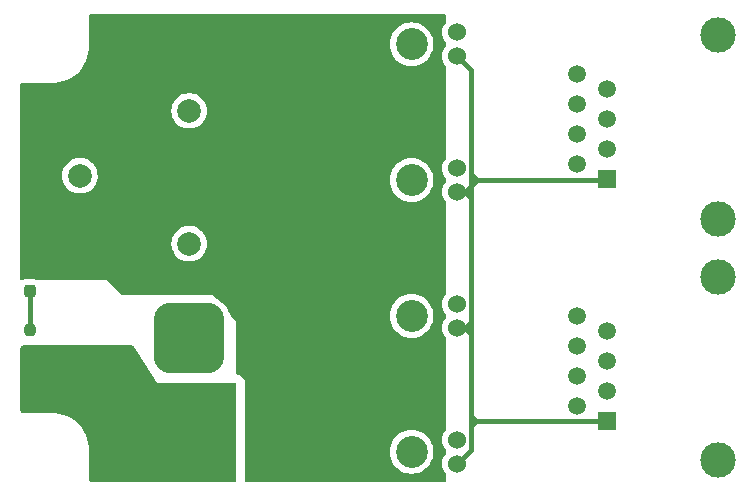
<source format=gtl>
G04 #@! TF.GenerationSoftware,KiCad,Pcbnew,8.0.7-8.0.7-0~ubuntu22.04.1*
G04 #@! TF.CreationDate,2025-02-10T08:50:06+09:00*
G04 #@! TF.ProjectId,CANExpander_1,43414e45-7870-4616-9e64-65725f312e6b,rev?*
G04 #@! TF.SameCoordinates,Original*
G04 #@! TF.FileFunction,Copper,L1,Top*
G04 #@! TF.FilePolarity,Positive*
%FSLAX46Y46*%
G04 Gerber Fmt 4.6, Leading zero omitted, Abs format (unit mm)*
G04 Created by KiCad (PCBNEW 8.0.7-8.0.7-0~ubuntu22.04.1) date 2025-02-10 08:50:06*
%MOMM*%
%LPD*%
G01*
G04 APERTURE LIST*
G04 Aperture macros list*
%AMRoundRect*
0 Rectangle with rounded corners*
0 $1 Rounding radius*
0 $2 $3 $4 $5 $6 $7 $8 $9 X,Y pos of 4 corners*
0 Add a 4 corners polygon primitive as box body*
4,1,4,$2,$3,$4,$5,$6,$7,$8,$9,$2,$3,0*
0 Add four circle primitives for the rounded corners*
1,1,$1+$1,$2,$3*
1,1,$1+$1,$4,$5*
1,1,$1+$1,$6,$7*
1,1,$1+$1,$8,$9*
0 Add four rect primitives between the rounded corners*
20,1,$1+$1,$2,$3,$4,$5,0*
20,1,$1+$1,$4,$5,$6,$7,0*
20,1,$1+$1,$6,$7,$8,$9,0*
20,1,$1+$1,$8,$9,$2,$3,0*%
G04 Aperture macros list end*
G04 #@! TA.AperFunction,ComponentPad*
%ADD10R,2.000000X2.000000*%
G04 #@! TD*
G04 #@! TA.AperFunction,ComponentPad*
%ADD11C,2.000000*%
G04 #@! TD*
G04 #@! TA.AperFunction,ComponentPad*
%ADD12C,1.524003*%
G04 #@! TD*
G04 #@! TA.AperFunction,ComponentPad*
%ADD13C,2.700000*%
G04 #@! TD*
G04 #@! TA.AperFunction,ComponentPad*
%ADD14RoundRect,1.500000X-1.500000X1.500000X-1.500000X-1.500000X1.500000X-1.500000X1.500000X1.500000X0*%
G04 #@! TD*
G04 #@! TA.AperFunction,ComponentPad*
%ADD15C,6.000000*%
G04 #@! TD*
G04 #@! TA.AperFunction,SMDPad,CuDef*
%ADD16RoundRect,0.237500X0.237500X-0.250000X0.237500X0.250000X-0.237500X0.250000X-0.237500X-0.250000X0*%
G04 #@! TD*
G04 #@! TA.AperFunction,ComponentPad*
%ADD17R,1.500000X1.500000*%
G04 #@! TD*
G04 #@! TA.AperFunction,ComponentPad*
%ADD18C,1.500000*%
G04 #@! TD*
G04 #@! TA.AperFunction,ComponentPad*
%ADD19C,3.000000*%
G04 #@! TD*
G04 #@! TA.AperFunction,ComponentPad*
%ADD20C,2.780000*%
G04 #@! TD*
G04 #@! TA.AperFunction,SMDPad,CuDef*
%ADD21RoundRect,0.237500X-0.237500X0.287500X-0.237500X-0.287500X0.237500X-0.287500X0.237500X0.287500X0*%
G04 #@! TD*
G04 #@! TA.AperFunction,ViaPad*
%ADD22C,0.600000*%
G04 #@! TD*
G04 #@! TA.AperFunction,Conductor*
%ADD23C,0.400000*%
G04 #@! TD*
G04 APERTURE END LIST*
D10*
X144500000Y-58382323D03*
D11*
X144500000Y-63382323D03*
D12*
X167174994Y-79750000D03*
X167174994Y-81750000D03*
D13*
X163325108Y-80750000D03*
X158325108Y-80750000D03*
D12*
X167174994Y-68250000D03*
X167174994Y-70250000D03*
D13*
X163325108Y-69250000D03*
X158325108Y-69250000D03*
D14*
X144500000Y-82650000D03*
D15*
X144500000Y-89850000D03*
D16*
X131000000Y-83762500D03*
X131000000Y-81937500D03*
D17*
X179845000Y-69195000D03*
D18*
X177305000Y-67925000D03*
X179845000Y-66655000D03*
X177305000Y-65385000D03*
X179845000Y-64115000D03*
X177305000Y-62845000D03*
X179845000Y-61575000D03*
X177305000Y-60305000D03*
D19*
X189245000Y-72520000D03*
X189245000Y-56980000D03*
D10*
X144500000Y-69632323D03*
D11*
X144500000Y-74632323D03*
D20*
X133900000Y-85210000D03*
X137300000Y-85210000D03*
X133900000Y-75290000D03*
X137300000Y-75290000D03*
D17*
X179845000Y-89640000D03*
D18*
X177305000Y-88370000D03*
X179845000Y-87100000D03*
X177305000Y-85830000D03*
X179845000Y-84560000D03*
X177305000Y-83290000D03*
X179845000Y-82020000D03*
X177305000Y-80750000D03*
D19*
X189245000Y-92965000D03*
X189245000Y-77425000D03*
D10*
X135250000Y-63882323D03*
D11*
X135250000Y-68882323D03*
D21*
X131000000Y-76900000D03*
X131000000Y-78650000D03*
D12*
X167174994Y-91250000D03*
X167174994Y-93250000D03*
D13*
X163325108Y-92250000D03*
X158325108Y-92250000D03*
D12*
X167174994Y-56750000D03*
X167174994Y-58750000D03*
D13*
X163325108Y-57750000D03*
X158325108Y-57750000D03*
D22*
X133200000Y-88650000D03*
X138500000Y-94250000D03*
X135000000Y-83650000D03*
X139500000Y-83750000D03*
X135200000Y-87050000D03*
X143000000Y-86750000D03*
X143000000Y-94250000D03*
X140500000Y-94250000D03*
X138500000Y-91750000D03*
X130500000Y-85850000D03*
X148000000Y-94250000D03*
X133200000Y-87000000D03*
X130500000Y-83650000D03*
X145500000Y-94250000D03*
X140000000Y-86250000D03*
X145800000Y-86750000D03*
X148000000Y-86750000D03*
X135500000Y-89250000D03*
X148000000Y-89250000D03*
X130500000Y-88500000D03*
X140500000Y-91750000D03*
X136500000Y-94250000D03*
X136500000Y-91750000D03*
X148000000Y-91750000D03*
X138000000Y-89250000D03*
X140500000Y-89250000D03*
X137800000Y-86850000D03*
D23*
X179835000Y-89650000D02*
X168706995Y-89650000D01*
X168336995Y-70750000D02*
X168336995Y-81250000D01*
X168706995Y-89650000D02*
X168706995Y-89570000D01*
X168336995Y-59912001D02*
X168336995Y-68750000D01*
X168750000Y-69336995D02*
X168336995Y-69750000D01*
X168336995Y-69250000D02*
X168336995Y-69750000D01*
X167836995Y-81750000D02*
X168336995Y-81250000D01*
X168336995Y-69750000D02*
X168336995Y-70250000D01*
X168750000Y-69250000D02*
X168750000Y-69163005D01*
X168336995Y-81750000D02*
X168336995Y-82250000D01*
X168336995Y-90113005D02*
X168336995Y-90250000D01*
X168706995Y-89650000D02*
X168706995Y-89743005D01*
X168750000Y-69250000D02*
X168336995Y-69250000D01*
X167174994Y-70250000D02*
X168336995Y-70250000D01*
X167174994Y-70250000D02*
X167836995Y-70250000D01*
X168336995Y-70250000D02*
X168336995Y-70750000D01*
X168336995Y-90000000D02*
X168336995Y-90250000D01*
X167174994Y-81750000D02*
X168336995Y-81750000D01*
X168750000Y-69163005D02*
X168336995Y-68750000D01*
X167836995Y-70250000D02*
X168336995Y-69750000D01*
X179845000Y-89640000D02*
X179835000Y-89650000D01*
X168336995Y-90250000D02*
X168336995Y-92087999D01*
X179845000Y-69195000D02*
X179790000Y-69250000D01*
X168336995Y-81250000D02*
X168336995Y-81750000D01*
X168336995Y-68750000D02*
X168336995Y-69250000D01*
X168750000Y-69250000D02*
X168750000Y-69336995D01*
X168336995Y-82250000D02*
X168336995Y-89250000D01*
X168336995Y-92087999D02*
X167174994Y-93250000D01*
X168706995Y-89743005D02*
X168336995Y-90113005D01*
X168336995Y-89250000D02*
X168336995Y-90000000D01*
X179790000Y-69250000D02*
X168750000Y-69250000D01*
X167174994Y-58750000D02*
X168336995Y-59912001D01*
X167836995Y-81750000D02*
X168336995Y-82250000D01*
X167174994Y-81750000D02*
X167836995Y-81750000D01*
X167836995Y-70250000D02*
X168336995Y-70750000D01*
X168706995Y-89570000D02*
X168336995Y-89200000D01*
X131000000Y-78650000D02*
X131000000Y-81937500D01*
G04 #@! TA.AperFunction,Conductor*
G36*
X166193039Y-55220185D02*
G01*
X166238794Y-55272989D01*
X166250000Y-55324500D01*
X166250000Y-55838185D01*
X166230315Y-55905224D01*
X166213681Y-55925866D01*
X166204168Y-55935378D01*
X166204163Y-55935384D01*
X166077461Y-56116333D01*
X166077459Y-56116337D01*
X165984100Y-56316546D01*
X165926923Y-56529929D01*
X165926922Y-56529936D01*
X165907670Y-56749997D01*
X165907670Y-56750002D01*
X165918694Y-56876016D01*
X165926923Y-56970069D01*
X165980632Y-57170513D01*
X165984100Y-57183453D01*
X166077459Y-57383662D01*
X166077461Y-57383666D01*
X166204163Y-57564615D01*
X166204168Y-57564621D01*
X166213681Y-57574134D01*
X166247166Y-57635457D01*
X166250000Y-57661815D01*
X166250000Y-57838185D01*
X166230315Y-57905224D01*
X166213681Y-57925866D01*
X166204168Y-57935378D01*
X166204163Y-57935384D01*
X166077461Y-58116333D01*
X166077459Y-58116337D01*
X165984100Y-58316546D01*
X165926923Y-58529929D01*
X165926922Y-58529936D01*
X165907670Y-58749997D01*
X165907670Y-58750002D01*
X165914839Y-58831953D01*
X165926923Y-58970069D01*
X165975150Y-59150054D01*
X165984100Y-59183453D01*
X166077459Y-59383662D01*
X166077461Y-59383666D01*
X166204163Y-59564615D01*
X166204168Y-59564621D01*
X166213681Y-59574134D01*
X166247166Y-59635457D01*
X166250000Y-59661815D01*
X166250000Y-67338185D01*
X166230315Y-67405224D01*
X166213681Y-67425866D01*
X166204168Y-67435378D01*
X166204163Y-67435384D01*
X166077461Y-67616333D01*
X166077459Y-67616337D01*
X165984100Y-67816546D01*
X165926923Y-68029929D01*
X165926922Y-68029936D01*
X165907670Y-68249997D01*
X165907670Y-68250002D01*
X165926922Y-68470063D01*
X165926923Y-68470070D01*
X165984100Y-68683453D01*
X166077459Y-68883662D01*
X166077461Y-68883666D01*
X166204163Y-69064615D01*
X166204168Y-69064621D01*
X166213681Y-69074134D01*
X166247166Y-69135457D01*
X166250000Y-69161815D01*
X166250000Y-69338185D01*
X166230315Y-69405224D01*
X166213681Y-69425866D01*
X166204168Y-69435378D01*
X166204163Y-69435384D01*
X166077461Y-69616333D01*
X166077459Y-69616337D01*
X165984100Y-69816546D01*
X165926923Y-70029929D01*
X165926922Y-70029936D01*
X165907670Y-70249997D01*
X165907670Y-70250002D01*
X165926922Y-70470063D01*
X165926923Y-70470070D01*
X165984100Y-70683453D01*
X166077459Y-70883662D01*
X166077461Y-70883666D01*
X166204163Y-71064615D01*
X166204168Y-71064621D01*
X166213681Y-71074134D01*
X166247166Y-71135457D01*
X166250000Y-71161815D01*
X166250000Y-78838185D01*
X166230315Y-78905224D01*
X166213681Y-78925866D01*
X166204168Y-78935378D01*
X166204163Y-78935384D01*
X166077461Y-79116333D01*
X166077459Y-79116337D01*
X165984100Y-79316546D01*
X165926923Y-79529929D01*
X165926922Y-79529936D01*
X165907670Y-79749997D01*
X165907670Y-79750002D01*
X165926922Y-79970063D01*
X165926923Y-79970070D01*
X165984100Y-80183453D01*
X166077459Y-80383662D01*
X166077461Y-80383666D01*
X166204163Y-80564615D01*
X166204168Y-80564621D01*
X166213681Y-80574134D01*
X166247166Y-80635457D01*
X166250000Y-80661815D01*
X166250000Y-80838185D01*
X166230315Y-80905224D01*
X166213681Y-80925866D01*
X166204168Y-80935378D01*
X166204163Y-80935384D01*
X166077461Y-81116333D01*
X166077459Y-81116337D01*
X165984100Y-81316546D01*
X165926923Y-81529929D01*
X165926922Y-81529936D01*
X165907670Y-81749997D01*
X165907670Y-81750002D01*
X165926922Y-81970063D01*
X165926923Y-81970070D01*
X165984100Y-82183453D01*
X166077459Y-82383662D01*
X166077461Y-82383666D01*
X166204163Y-82564615D01*
X166204168Y-82564621D01*
X166213681Y-82574134D01*
X166247166Y-82635457D01*
X166250000Y-82661815D01*
X166250000Y-90338185D01*
X166230315Y-90405224D01*
X166213681Y-90425866D01*
X166204168Y-90435378D01*
X166204163Y-90435384D01*
X166077461Y-90616333D01*
X166077459Y-90616337D01*
X165984100Y-90816546D01*
X165926923Y-91029929D01*
X165926922Y-91029936D01*
X165907670Y-91249997D01*
X165907670Y-91250002D01*
X165926922Y-91470063D01*
X165926923Y-91470070D01*
X165984100Y-91683453D01*
X166077459Y-91883662D01*
X166077461Y-91883666D01*
X166204163Y-92064615D01*
X166204168Y-92064621D01*
X166213681Y-92074134D01*
X166247166Y-92135457D01*
X166250000Y-92161815D01*
X166250000Y-92338185D01*
X166230315Y-92405224D01*
X166213681Y-92425866D01*
X166204168Y-92435378D01*
X166204163Y-92435384D01*
X166077461Y-92616333D01*
X166077459Y-92616337D01*
X165984100Y-92816546D01*
X165926923Y-93029929D01*
X165926922Y-93029936D01*
X165907670Y-93249997D01*
X165907670Y-93250002D01*
X165926922Y-93470063D01*
X165926923Y-93470070D01*
X165984100Y-93683453D01*
X166077459Y-93883662D01*
X166077461Y-93883666D01*
X166204163Y-94064615D01*
X166204168Y-94064621D01*
X166213681Y-94074134D01*
X166247166Y-94135457D01*
X166250000Y-94161815D01*
X166250000Y-94675500D01*
X166230315Y-94742539D01*
X166177511Y-94788294D01*
X166126000Y-94799500D01*
X149367789Y-94799500D01*
X149300750Y-94779815D01*
X149254995Y-94727011D01*
X149244386Y-94663347D01*
X149255500Y-94550497D01*
X149255500Y-92249998D01*
X161469881Y-92249998D01*
X161469881Y-92250001D01*
X161488765Y-92514027D01*
X161488766Y-92514034D01*
X161545029Y-92772673D01*
X161637534Y-93020690D01*
X161637536Y-93020694D01*
X161764388Y-93253005D01*
X161764393Y-93253013D01*
X161923014Y-93464907D01*
X161923030Y-93464925D01*
X162110182Y-93652077D01*
X162110200Y-93652093D01*
X162322094Y-93810714D01*
X162322102Y-93810719D01*
X162554413Y-93937571D01*
X162554417Y-93937573D01*
X162554419Y-93937574D01*
X162802430Y-94030077D01*
X162802433Y-94030077D01*
X162802434Y-94030078D01*
X162961199Y-94064615D01*
X163061082Y-94086343D01*
X163304768Y-94103772D01*
X163325107Y-94105227D01*
X163325108Y-94105227D01*
X163325109Y-94105227D01*
X163343993Y-94103876D01*
X163589134Y-94086343D01*
X163847786Y-94030077D01*
X164095797Y-93937574D01*
X164328119Y-93810716D01*
X164540023Y-93652087D01*
X164727195Y-93464915D01*
X164885824Y-93253011D01*
X165012682Y-93020689D01*
X165105185Y-92772678D01*
X165161451Y-92514026D01*
X165180335Y-92250000D01*
X165161451Y-91985974D01*
X165105185Y-91727322D01*
X165012682Y-91479311D01*
X165007635Y-91470069D01*
X164885827Y-91246994D01*
X164885822Y-91246986D01*
X164727201Y-91035092D01*
X164727185Y-91035074D01*
X164540033Y-90847922D01*
X164540015Y-90847906D01*
X164328121Y-90689285D01*
X164328113Y-90689280D01*
X164095802Y-90562428D01*
X164095798Y-90562426D01*
X163847781Y-90469921D01*
X163589142Y-90413658D01*
X163589135Y-90413657D01*
X163325109Y-90394773D01*
X163325107Y-90394773D01*
X163061080Y-90413657D01*
X163061073Y-90413658D01*
X162802434Y-90469921D01*
X162554417Y-90562426D01*
X162554413Y-90562428D01*
X162322102Y-90689280D01*
X162322094Y-90689285D01*
X162110200Y-90847906D01*
X162110182Y-90847922D01*
X161923030Y-91035074D01*
X161923014Y-91035092D01*
X161764393Y-91246986D01*
X161764388Y-91246994D01*
X161637536Y-91479305D01*
X161637534Y-91479309D01*
X161545029Y-91727326D01*
X161488766Y-91985965D01*
X161488765Y-91985972D01*
X161469881Y-92249998D01*
X149255500Y-92249998D01*
X149255500Y-86649003D01*
X149240984Y-86501618D01*
X149240983Y-86501616D01*
X149240983Y-86501609D01*
X149222029Y-86406321D01*
X149189088Y-86290165D01*
X149109224Y-86133983D01*
X149055248Y-86053201D01*
X149055245Y-86053198D01*
X149055243Y-86053194D01*
X149055237Y-86053186D01*
X148980359Y-85958488D01*
X148980356Y-85958485D01*
X148980353Y-85958481D01*
X148846799Y-85844752D01*
X148846798Y-85844751D01*
X148766023Y-85790779D01*
X148730085Y-85770722D01*
X148660589Y-85731935D01*
X148585852Y-85707771D01*
X148528121Y-85668418D01*
X148500829Y-85604099D01*
X148500000Y-85589785D01*
X148500000Y-81250000D01*
X148055554Y-80749998D01*
X161469881Y-80749998D01*
X161469881Y-80750001D01*
X161488765Y-81014027D01*
X161488766Y-81014034D01*
X161545029Y-81272673D01*
X161637534Y-81520690D01*
X161637536Y-81520694D01*
X161764388Y-81753005D01*
X161764393Y-81753013D01*
X161923014Y-81964907D01*
X161923030Y-81964925D01*
X162110182Y-82152077D01*
X162110200Y-82152093D01*
X162322094Y-82310714D01*
X162322102Y-82310719D01*
X162554413Y-82437571D01*
X162554417Y-82437573D01*
X162554419Y-82437574D01*
X162802430Y-82530077D01*
X162802433Y-82530077D01*
X162802434Y-82530078D01*
X162961199Y-82564615D01*
X163061082Y-82586343D01*
X163304768Y-82603772D01*
X163325107Y-82605227D01*
X163325108Y-82605227D01*
X163325109Y-82605227D01*
X163343993Y-82603876D01*
X163589134Y-82586343D01*
X163847786Y-82530077D01*
X164095797Y-82437574D01*
X164328119Y-82310716D01*
X164540023Y-82152087D01*
X164727195Y-81964915D01*
X164885824Y-81753011D01*
X165012682Y-81520689D01*
X165105185Y-81272678D01*
X165161451Y-81014026D01*
X165180335Y-80750000D01*
X165161451Y-80485974D01*
X165105185Y-80227322D01*
X165012682Y-79979311D01*
X165007635Y-79970069D01*
X164885827Y-79746994D01*
X164885822Y-79746986D01*
X164727201Y-79535092D01*
X164727185Y-79535074D01*
X164540033Y-79347922D01*
X164540015Y-79347906D01*
X164328121Y-79189285D01*
X164328113Y-79189280D01*
X164095802Y-79062428D01*
X164095798Y-79062426D01*
X163847781Y-78969921D01*
X163589142Y-78913658D01*
X163589135Y-78913657D01*
X163325109Y-78894773D01*
X163325107Y-78894773D01*
X163061080Y-78913657D01*
X163061073Y-78913658D01*
X162802434Y-78969921D01*
X162554417Y-79062426D01*
X162554413Y-79062428D01*
X162322102Y-79189280D01*
X162322094Y-79189285D01*
X162110200Y-79347906D01*
X162110182Y-79347922D01*
X161923030Y-79535074D01*
X161923014Y-79535092D01*
X161764393Y-79746986D01*
X161764388Y-79746994D01*
X161637536Y-79979305D01*
X161637534Y-79979309D01*
X161545029Y-80227326D01*
X161488766Y-80485965D01*
X161488765Y-80485972D01*
X161469881Y-80749998D01*
X148055554Y-80749998D01*
X147950491Y-80631802D01*
X147926669Y-80588822D01*
X147925916Y-80589104D01*
X147924370Y-80584959D01*
X147924369Y-80584954D01*
X147824367Y-80316839D01*
X147751532Y-80183453D01*
X147687229Y-80065690D01*
X147687224Y-80065682D01*
X147515745Y-79836612D01*
X147515729Y-79836594D01*
X147313405Y-79634270D01*
X147313387Y-79634254D01*
X147084317Y-79462775D01*
X147084309Y-79462770D01*
X146833166Y-79325635D01*
X146833154Y-79325630D01*
X146796644Y-79312012D01*
X146747300Y-79278212D01*
X146500000Y-79000000D01*
X146499999Y-79000000D01*
X138801362Y-79000000D01*
X138734323Y-78980315D01*
X138713681Y-78963681D01*
X137500000Y-77750000D01*
X131685431Y-77750000D01*
X131620335Y-77731539D01*
X131551522Y-77689095D01*
X131551517Y-77689093D01*
X131551516Y-77689092D01*
X131387753Y-77634826D01*
X131387751Y-77634825D01*
X131286678Y-77624500D01*
X130713330Y-77624500D01*
X130713312Y-77624501D01*
X130612247Y-77634825D01*
X130448484Y-77689092D01*
X130448479Y-77689094D01*
X130389595Y-77725414D01*
X130322203Y-77743853D01*
X130255539Y-77722929D01*
X130210771Y-77669287D01*
X130200500Y-77619874D01*
X130200500Y-74632317D01*
X142994357Y-74632317D01*
X142994357Y-74632328D01*
X143014890Y-74880135D01*
X143014892Y-74880147D01*
X143075936Y-75121204D01*
X143175826Y-75348929D01*
X143311833Y-75557105D01*
X143311836Y-75557108D01*
X143480256Y-75740061D01*
X143676491Y-75892797D01*
X143895190Y-76011151D01*
X144130386Y-76091894D01*
X144375665Y-76132823D01*
X144624335Y-76132823D01*
X144869614Y-76091894D01*
X145104810Y-76011151D01*
X145323509Y-75892797D01*
X145519744Y-75740061D01*
X145688164Y-75557108D01*
X145824173Y-75348930D01*
X145924063Y-75121204D01*
X145985108Y-74880144D01*
X146005643Y-74632323D01*
X145985108Y-74384502D01*
X145924063Y-74143442D01*
X145824173Y-73915716D01*
X145688166Y-73707540D01*
X145666557Y-73684067D01*
X145519744Y-73524585D01*
X145323509Y-73371849D01*
X145323507Y-73371848D01*
X145323506Y-73371847D01*
X145104811Y-73253495D01*
X145104802Y-73253492D01*
X144869616Y-73172752D01*
X144624335Y-73131823D01*
X144375665Y-73131823D01*
X144130383Y-73172752D01*
X143895197Y-73253492D01*
X143895188Y-73253495D01*
X143676493Y-73371847D01*
X143480257Y-73524584D01*
X143311833Y-73707540D01*
X143175826Y-73915716D01*
X143075936Y-74143441D01*
X143014892Y-74384498D01*
X143014890Y-74384510D01*
X142994357Y-74632317D01*
X130200500Y-74632317D01*
X130200500Y-68882317D01*
X133744357Y-68882317D01*
X133744357Y-68882328D01*
X133764890Y-69130135D01*
X133764892Y-69130147D01*
X133825936Y-69371204D01*
X133925826Y-69598929D01*
X134061833Y-69807105D01*
X134061836Y-69807108D01*
X134230256Y-69990061D01*
X134426491Y-70142797D01*
X134426493Y-70142798D01*
X134630148Y-70253011D01*
X134645190Y-70261151D01*
X134880386Y-70341894D01*
X135125665Y-70382823D01*
X135374335Y-70382823D01*
X135619614Y-70341894D01*
X135854810Y-70261151D01*
X136073509Y-70142797D01*
X136269744Y-69990061D01*
X136438164Y-69807108D01*
X136574173Y-69598930D01*
X136674063Y-69371204D01*
X136704757Y-69249998D01*
X161469881Y-69249998D01*
X161469881Y-69250001D01*
X161488765Y-69514027D01*
X161488766Y-69514034D01*
X161545029Y-69772673D01*
X161637534Y-70020690D01*
X161637536Y-70020694D01*
X161764388Y-70253005D01*
X161764393Y-70253013D01*
X161923014Y-70464907D01*
X161923030Y-70464925D01*
X162110182Y-70652077D01*
X162110200Y-70652093D01*
X162322094Y-70810714D01*
X162322102Y-70810719D01*
X162554413Y-70937571D01*
X162554417Y-70937573D01*
X162554419Y-70937574D01*
X162802430Y-71030077D01*
X162802433Y-71030077D01*
X162802434Y-71030078D01*
X162961199Y-71064615D01*
X163061082Y-71086343D01*
X163304768Y-71103772D01*
X163325107Y-71105227D01*
X163325108Y-71105227D01*
X163325109Y-71105227D01*
X163343993Y-71103876D01*
X163589134Y-71086343D01*
X163847786Y-71030077D01*
X164095797Y-70937574D01*
X164328119Y-70810716D01*
X164540023Y-70652087D01*
X164727195Y-70464915D01*
X164885824Y-70253011D01*
X165012682Y-70020689D01*
X165105185Y-69772678D01*
X165161451Y-69514026D01*
X165180335Y-69250000D01*
X165161451Y-68985974D01*
X165105185Y-68727322D01*
X165012682Y-68479311D01*
X165007635Y-68470069D01*
X164885827Y-68246994D01*
X164885822Y-68246986D01*
X164727201Y-68035092D01*
X164727185Y-68035074D01*
X164540033Y-67847922D01*
X164540015Y-67847906D01*
X164328121Y-67689285D01*
X164328113Y-67689280D01*
X164095802Y-67562428D01*
X164095798Y-67562426D01*
X163847781Y-67469921D01*
X163589142Y-67413658D01*
X163589135Y-67413657D01*
X163325109Y-67394773D01*
X163325107Y-67394773D01*
X163061080Y-67413657D01*
X163061073Y-67413658D01*
X162802434Y-67469921D01*
X162554417Y-67562426D01*
X162554413Y-67562428D01*
X162322102Y-67689280D01*
X162322094Y-67689285D01*
X162110200Y-67847906D01*
X162110182Y-67847922D01*
X161923030Y-68035074D01*
X161923014Y-68035092D01*
X161764393Y-68246986D01*
X161764388Y-68246994D01*
X161637536Y-68479305D01*
X161637534Y-68479309D01*
X161545029Y-68727326D01*
X161488766Y-68985965D01*
X161488765Y-68985972D01*
X161469881Y-69249998D01*
X136704757Y-69249998D01*
X136735108Y-69130144D01*
X136739749Y-69074134D01*
X136755643Y-68882328D01*
X136755643Y-68882317D01*
X136735109Y-68634510D01*
X136735107Y-68634498D01*
X136674063Y-68393441D01*
X136574173Y-68165716D01*
X136438166Y-67957540D01*
X136337247Y-67847913D01*
X136269744Y-67774585D01*
X136073509Y-67621849D01*
X136073507Y-67621848D01*
X136073506Y-67621847D01*
X135854811Y-67503495D01*
X135854802Y-67503492D01*
X135619616Y-67422752D01*
X135374335Y-67381823D01*
X135125665Y-67381823D01*
X134880383Y-67422752D01*
X134645197Y-67503492D01*
X134645188Y-67503495D01*
X134426493Y-67621847D01*
X134230257Y-67774584D01*
X134061833Y-67957540D01*
X133925826Y-68165716D01*
X133825936Y-68393441D01*
X133764892Y-68634498D01*
X133764890Y-68634510D01*
X133744357Y-68882317D01*
X130200500Y-68882317D01*
X130200500Y-63382317D01*
X142994357Y-63382317D01*
X142994357Y-63382328D01*
X143014890Y-63630135D01*
X143014892Y-63630147D01*
X143075936Y-63871204D01*
X143175826Y-64098929D01*
X143311833Y-64307105D01*
X143311836Y-64307108D01*
X143480256Y-64490061D01*
X143676491Y-64642797D01*
X143895190Y-64761151D01*
X144130386Y-64841894D01*
X144375665Y-64882823D01*
X144624335Y-64882823D01*
X144869614Y-64841894D01*
X145104810Y-64761151D01*
X145323509Y-64642797D01*
X145519744Y-64490061D01*
X145688164Y-64307108D01*
X145824173Y-64098930D01*
X145924063Y-63871204D01*
X145985108Y-63630144D01*
X146005643Y-63382323D01*
X145985108Y-63134502D01*
X145924063Y-62893442D01*
X145824173Y-62665716D01*
X145688166Y-62457540D01*
X145666557Y-62434067D01*
X145519744Y-62274585D01*
X145323509Y-62121849D01*
X145323507Y-62121848D01*
X145323506Y-62121847D01*
X145104811Y-62003495D01*
X145104802Y-62003492D01*
X144869616Y-61922752D01*
X144624335Y-61881823D01*
X144375665Y-61881823D01*
X144130383Y-61922752D01*
X143895197Y-62003492D01*
X143895188Y-62003495D01*
X143676493Y-62121847D01*
X143480257Y-62274584D01*
X143311833Y-62457540D01*
X143175826Y-62665716D01*
X143075936Y-62893441D01*
X143014892Y-63134498D01*
X143014890Y-63134510D01*
X142994357Y-63382317D01*
X130200500Y-63382317D01*
X130200500Y-61124000D01*
X130220185Y-61056961D01*
X130272989Y-61011206D01*
X130324500Y-61000000D01*
X132820095Y-61000000D01*
X132828014Y-61000444D01*
X132828022Y-61000305D01*
X132831495Y-61000500D01*
X132831496Y-61000500D01*
X133168507Y-61000500D01*
X133168507Y-61000499D01*
X133503394Y-60962767D01*
X133831954Y-60887776D01*
X134150051Y-60776469D01*
X134453686Y-60630246D01*
X134739039Y-60450946D01*
X135002523Y-60240825D01*
X135240825Y-60002523D01*
X135450946Y-59739039D01*
X135630246Y-59453686D01*
X135776469Y-59150051D01*
X135887776Y-58831954D01*
X135962767Y-58503394D01*
X136000500Y-58168504D01*
X136000500Y-57831496D01*
X136000500Y-57831495D01*
X136000305Y-57828022D01*
X136000444Y-57828014D01*
X136000000Y-57820095D01*
X136000000Y-57749998D01*
X161469881Y-57749998D01*
X161469881Y-57750001D01*
X161488765Y-58014027D01*
X161488766Y-58014034D01*
X161545029Y-58272673D01*
X161637534Y-58520690D01*
X161637536Y-58520694D01*
X161764388Y-58753005D01*
X161764393Y-58753013D01*
X161923014Y-58964907D01*
X161923030Y-58964925D01*
X162110182Y-59152077D01*
X162110200Y-59152093D01*
X162322094Y-59310714D01*
X162322102Y-59310719D01*
X162554413Y-59437571D01*
X162554417Y-59437573D01*
X162554419Y-59437574D01*
X162802430Y-59530077D01*
X162802433Y-59530077D01*
X162802434Y-59530078D01*
X162961199Y-59564615D01*
X163061082Y-59586343D01*
X163304768Y-59603772D01*
X163325107Y-59605227D01*
X163325108Y-59605227D01*
X163325109Y-59605227D01*
X163343993Y-59603876D01*
X163589134Y-59586343D01*
X163847786Y-59530077D01*
X164095797Y-59437574D01*
X164328119Y-59310716D01*
X164540023Y-59152087D01*
X164727195Y-58964915D01*
X164885824Y-58753011D01*
X165012682Y-58520689D01*
X165105185Y-58272678D01*
X165161451Y-58014026D01*
X165180335Y-57750000D01*
X165161451Y-57485974D01*
X165105185Y-57227322D01*
X165012682Y-56979311D01*
X165007635Y-56970069D01*
X164885827Y-56746994D01*
X164885822Y-56746986D01*
X164727201Y-56535092D01*
X164727185Y-56535074D01*
X164540033Y-56347922D01*
X164540015Y-56347906D01*
X164328121Y-56189285D01*
X164328113Y-56189280D01*
X164095802Y-56062428D01*
X164095798Y-56062426D01*
X163847781Y-55969921D01*
X163589142Y-55913658D01*
X163589135Y-55913657D01*
X163325109Y-55894773D01*
X163325107Y-55894773D01*
X163061080Y-55913657D01*
X163061073Y-55913658D01*
X162802434Y-55969921D01*
X162554417Y-56062426D01*
X162554413Y-56062428D01*
X162322102Y-56189280D01*
X162322094Y-56189285D01*
X162110200Y-56347906D01*
X162110182Y-56347922D01*
X161923030Y-56535074D01*
X161923014Y-56535092D01*
X161764393Y-56746986D01*
X161764388Y-56746994D01*
X161637536Y-56979305D01*
X161637534Y-56979309D01*
X161545029Y-57227326D01*
X161488766Y-57485965D01*
X161488765Y-57485972D01*
X161469881Y-57749998D01*
X136000000Y-57749998D01*
X136000000Y-55324500D01*
X136019685Y-55257461D01*
X136072489Y-55211706D01*
X136124000Y-55200500D01*
X166126000Y-55200500D01*
X166193039Y-55220185D01*
G37*
G04 #@! TD.AperFunction*
G04 #@! TA.AperFunction,Conductor*
G36*
X139710249Y-83268954D02*
G01*
X139791031Y-83322930D01*
X139823655Y-83363177D01*
X140967247Y-85120404D01*
X140982620Y-85147628D01*
X141040396Y-85266870D01*
X141206745Y-85518095D01*
X141270629Y-85591146D01*
X141291883Y-85619236D01*
X141800000Y-86400000D01*
X142898159Y-86400000D01*
X142912712Y-86400425D01*
X142913979Y-86400500D01*
X146086020Y-86400499D01*
X146087270Y-86400425D01*
X146101822Y-86400000D01*
X148251000Y-86400000D01*
X148346288Y-86418954D01*
X148427070Y-86472930D01*
X148481046Y-86553712D01*
X148500000Y-86649000D01*
X148500000Y-94550500D01*
X148481046Y-94645788D01*
X148427070Y-94726570D01*
X148346288Y-94780546D01*
X148251000Y-94799500D01*
X136249000Y-94799500D01*
X136153712Y-94780546D01*
X136072930Y-94726570D01*
X136018954Y-94645788D01*
X136000000Y-94550500D01*
X136000000Y-92184389D01*
X136000392Y-92170419D01*
X136000500Y-92168497D01*
X136000500Y-91831497D01*
X136000391Y-91829556D01*
X136000000Y-91815602D01*
X136000000Y-91784471D01*
X135991701Y-91753416D01*
X135962767Y-91496606D01*
X135962765Y-91496596D01*
X135887779Y-91168056D01*
X135887777Y-91168052D01*
X135887776Y-91168046D01*
X135776469Y-90849949D01*
X135630246Y-90546314D01*
X135450946Y-90260961D01*
X135240825Y-89997477D01*
X135002523Y-89759175D01*
X134739039Y-89549054D01*
X134739040Y-89549054D01*
X134739038Y-89549053D01*
X134453696Y-89369760D01*
X134453692Y-89369758D01*
X134453686Y-89369754D01*
X134453676Y-89369749D01*
X134453672Y-89369747D01*
X134150045Y-89223528D01*
X133929729Y-89146437D01*
X133831954Y-89112224D01*
X133831950Y-89112223D01*
X133831943Y-89112220D01*
X133503397Y-89037233D01*
X133168516Y-88999500D01*
X133168504Y-88999500D01*
X132831496Y-88999500D01*
X132831491Y-88999500D01*
X132829559Y-88999609D01*
X132815603Y-89000000D01*
X130449500Y-89000000D01*
X130354212Y-88981046D01*
X130273430Y-88927070D01*
X130219454Y-88846288D01*
X130200500Y-88751000D01*
X130200500Y-83499000D01*
X130219454Y-83403712D01*
X130273430Y-83322930D01*
X130354212Y-83268954D01*
X130449500Y-83250000D01*
X139614961Y-83250000D01*
X139710249Y-83268954D01*
G37*
G04 #@! TD.AperFunction*
M02*

</source>
